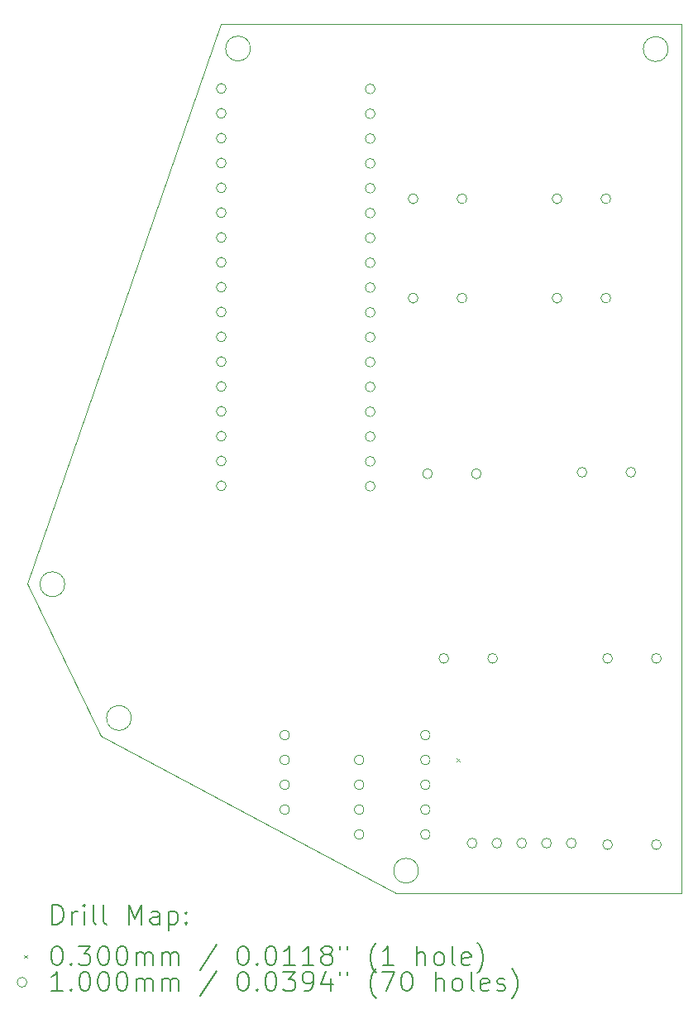
<source format=gbr>
%TF.GenerationSoftware,KiCad,Pcbnew,8.0.0*%
%TF.CreationDate,2024-11-02T12:10:50-04:00*%
%TF.ProjectId,PCB_Draft_2,5043425f-4472-4616-9674-5f322e6b6963,rev?*%
%TF.SameCoordinates,Original*%
%TF.FileFunction,Drillmap*%
%TF.FilePolarity,Positive*%
%FSLAX45Y45*%
G04 Gerber Fmt 4.5, Leading zero omitted, Abs format (unit mm)*
G04 Created by KiCad (PCBNEW 8.0.0) date 2024-11-02 12:10:50*
%MOMM*%
%LPD*%
G01*
G04 APERTURE LIST*
%ADD10C,0.050000*%
%ADD11C,0.200000*%
%ADD12C,0.100000*%
G04 APERTURE END LIST*
D10*
X8481881Y-13324832D02*
G75*
G02*
X8227881Y-13324832I-127000J0D01*
G01*
X8227881Y-13324832D02*
G75*
G02*
X8481881Y-13324832I127000J0D01*
G01*
X6460000Y-4669279D02*
X4475710Y-10391604D01*
X6460000Y-4669279D02*
X11176000Y-4669279D01*
X11037610Y-4921797D02*
G75*
G02*
X10783610Y-4921797I-127000J0D01*
G01*
X10783610Y-4921797D02*
G75*
G02*
X11037610Y-4921797I127000J0D01*
G01*
X11176000Y-13559279D02*
X8255000Y-13559279D01*
X11176000Y-4669279D02*
X11176000Y-13559279D01*
X8254719Y-13559564D02*
X5232400Y-11943279D01*
X4475710Y-10391604D02*
X5232400Y-11943279D01*
X4861002Y-10395332D02*
G75*
G02*
X4607002Y-10395332I-127000J0D01*
G01*
X4607002Y-10395332D02*
G75*
G02*
X4861002Y-10395332I127000J0D01*
G01*
X5542291Y-11763036D02*
G75*
G02*
X5288291Y-11763036I-127000J0D01*
G01*
X5288291Y-11763036D02*
G75*
G02*
X5542291Y-11763036I127000J0D01*
G01*
X6761694Y-4916289D02*
G75*
G02*
X6507694Y-4916289I-127000J0D01*
G01*
X6507694Y-4916289D02*
G75*
G02*
X6761694Y-4916289I127000J0D01*
G01*
D11*
D12*
X8875000Y-12177000D02*
X8905000Y-12207000D01*
X8905000Y-12177000D02*
X8875000Y-12207000D01*
X6513342Y-5324805D02*
G75*
G02*
X6413342Y-5324805I-50000J0D01*
G01*
X6413342Y-5324805D02*
G75*
G02*
X6513342Y-5324805I50000J0D01*
G01*
X6513342Y-5578805D02*
G75*
G02*
X6413342Y-5578805I-50000J0D01*
G01*
X6413342Y-5578805D02*
G75*
G02*
X6513342Y-5578805I50000J0D01*
G01*
X6513342Y-5832804D02*
G75*
G02*
X6413342Y-5832804I-50000J0D01*
G01*
X6413342Y-5832804D02*
G75*
G02*
X6513342Y-5832804I50000J0D01*
G01*
X6513342Y-6086804D02*
G75*
G02*
X6413342Y-6086804I-50000J0D01*
G01*
X6413342Y-6086804D02*
G75*
G02*
X6513342Y-6086804I50000J0D01*
G01*
X6513342Y-6340804D02*
G75*
G02*
X6413342Y-6340804I-50000J0D01*
G01*
X6413342Y-6340804D02*
G75*
G02*
X6513342Y-6340804I50000J0D01*
G01*
X6513342Y-6594804D02*
G75*
G02*
X6413342Y-6594804I-50000J0D01*
G01*
X6413342Y-6594804D02*
G75*
G02*
X6513342Y-6594804I50000J0D01*
G01*
X6513342Y-6848804D02*
G75*
G02*
X6413342Y-6848804I-50000J0D01*
G01*
X6413342Y-6848804D02*
G75*
G02*
X6513342Y-6848804I50000J0D01*
G01*
X6513342Y-7102804D02*
G75*
G02*
X6413342Y-7102804I-50000J0D01*
G01*
X6413342Y-7102804D02*
G75*
G02*
X6513342Y-7102804I50000J0D01*
G01*
X6513342Y-7356804D02*
G75*
G02*
X6413342Y-7356804I-50000J0D01*
G01*
X6413342Y-7356804D02*
G75*
G02*
X6513342Y-7356804I50000J0D01*
G01*
X6513342Y-7610804D02*
G75*
G02*
X6413342Y-7610804I-50000J0D01*
G01*
X6413342Y-7610804D02*
G75*
G02*
X6513342Y-7610804I50000J0D01*
G01*
X6513342Y-7864804D02*
G75*
G02*
X6413342Y-7864804I-50000J0D01*
G01*
X6413342Y-7864804D02*
G75*
G02*
X6513342Y-7864804I50000J0D01*
G01*
X6513342Y-8118804D02*
G75*
G02*
X6413342Y-8118804I-50000J0D01*
G01*
X6413342Y-8118804D02*
G75*
G02*
X6513342Y-8118804I50000J0D01*
G01*
X6513342Y-8372804D02*
G75*
G02*
X6413342Y-8372804I-50000J0D01*
G01*
X6413342Y-8372804D02*
G75*
G02*
X6513342Y-8372804I50000J0D01*
G01*
X6513342Y-8626805D02*
G75*
G02*
X6413342Y-8626805I-50000J0D01*
G01*
X6413342Y-8626805D02*
G75*
G02*
X6513342Y-8626805I50000J0D01*
G01*
X6513342Y-8880805D02*
G75*
G02*
X6413342Y-8880805I-50000J0D01*
G01*
X6413342Y-8880805D02*
G75*
G02*
X6513342Y-8880805I50000J0D01*
G01*
X6513342Y-9134805D02*
G75*
G02*
X6413342Y-9134805I-50000J0D01*
G01*
X6413342Y-9134805D02*
G75*
G02*
X6513342Y-9134805I50000J0D01*
G01*
X6513342Y-9388805D02*
G75*
G02*
X6413342Y-9388805I-50000J0D01*
G01*
X6413342Y-9388805D02*
G75*
G02*
X6513342Y-9388805I50000J0D01*
G01*
X7162000Y-11938000D02*
G75*
G02*
X7062000Y-11938000I-50000J0D01*
G01*
X7062000Y-11938000D02*
G75*
G02*
X7162000Y-11938000I50000J0D01*
G01*
X7162000Y-12192000D02*
G75*
G02*
X7062000Y-12192000I-50000J0D01*
G01*
X7062000Y-12192000D02*
G75*
G02*
X7162000Y-12192000I50000J0D01*
G01*
X7162000Y-12446000D02*
G75*
G02*
X7062000Y-12446000I-50000J0D01*
G01*
X7062000Y-12446000D02*
G75*
G02*
X7162000Y-12446000I50000J0D01*
G01*
X7162000Y-12700000D02*
G75*
G02*
X7062000Y-12700000I-50000J0D01*
G01*
X7062000Y-12700000D02*
G75*
G02*
X7162000Y-12700000I50000J0D01*
G01*
X7924000Y-12192000D02*
G75*
G02*
X7824000Y-12192000I-50000J0D01*
G01*
X7824000Y-12192000D02*
G75*
G02*
X7924000Y-12192000I50000J0D01*
G01*
X7924000Y-12446000D02*
G75*
G02*
X7824000Y-12446000I-50000J0D01*
G01*
X7824000Y-12446000D02*
G75*
G02*
X7924000Y-12446000I50000J0D01*
G01*
X7924000Y-12700000D02*
G75*
G02*
X7824000Y-12700000I-50000J0D01*
G01*
X7824000Y-12700000D02*
G75*
G02*
X7924000Y-12700000I50000J0D01*
G01*
X7924000Y-12954000D02*
G75*
G02*
X7824000Y-12954000I-50000J0D01*
G01*
X7824000Y-12954000D02*
G75*
G02*
X7924000Y-12954000I50000J0D01*
G01*
X8037342Y-5329546D02*
G75*
G02*
X7937342Y-5329546I-50000J0D01*
G01*
X7937342Y-5329546D02*
G75*
G02*
X8037342Y-5329546I50000J0D01*
G01*
X8037342Y-5583546D02*
G75*
G02*
X7937342Y-5583546I-50000J0D01*
G01*
X7937342Y-5583546D02*
G75*
G02*
X8037342Y-5583546I50000J0D01*
G01*
X8037342Y-5837545D02*
G75*
G02*
X7937342Y-5837545I-50000J0D01*
G01*
X7937342Y-5837545D02*
G75*
G02*
X8037342Y-5837545I50000J0D01*
G01*
X8037342Y-6091545D02*
G75*
G02*
X7937342Y-6091545I-50000J0D01*
G01*
X7937342Y-6091545D02*
G75*
G02*
X8037342Y-6091545I50000J0D01*
G01*
X8037342Y-6345545D02*
G75*
G02*
X7937342Y-6345545I-50000J0D01*
G01*
X7937342Y-6345545D02*
G75*
G02*
X8037342Y-6345545I50000J0D01*
G01*
X8037342Y-6599545D02*
G75*
G02*
X7937342Y-6599545I-50000J0D01*
G01*
X7937342Y-6599545D02*
G75*
G02*
X8037342Y-6599545I50000J0D01*
G01*
X8037342Y-6853545D02*
G75*
G02*
X7937342Y-6853545I-50000J0D01*
G01*
X7937342Y-6853545D02*
G75*
G02*
X8037342Y-6853545I50000J0D01*
G01*
X8037342Y-7107545D02*
G75*
G02*
X7937342Y-7107545I-50000J0D01*
G01*
X7937342Y-7107545D02*
G75*
G02*
X8037342Y-7107545I50000J0D01*
G01*
X8037342Y-7361545D02*
G75*
G02*
X7937342Y-7361545I-50000J0D01*
G01*
X7937342Y-7361545D02*
G75*
G02*
X8037342Y-7361545I50000J0D01*
G01*
X8037342Y-7615545D02*
G75*
G02*
X7937342Y-7615545I-50000J0D01*
G01*
X7937342Y-7615545D02*
G75*
G02*
X8037342Y-7615545I50000J0D01*
G01*
X8037342Y-7869545D02*
G75*
G02*
X7937342Y-7869545I-50000J0D01*
G01*
X7937342Y-7869545D02*
G75*
G02*
X8037342Y-7869545I50000J0D01*
G01*
X8037342Y-8123545D02*
G75*
G02*
X7937342Y-8123545I-50000J0D01*
G01*
X7937342Y-8123545D02*
G75*
G02*
X8037342Y-8123545I50000J0D01*
G01*
X8037342Y-8377545D02*
G75*
G02*
X7937342Y-8377545I-50000J0D01*
G01*
X7937342Y-8377545D02*
G75*
G02*
X8037342Y-8377545I50000J0D01*
G01*
X8037342Y-8631546D02*
G75*
G02*
X7937342Y-8631546I-50000J0D01*
G01*
X7937342Y-8631546D02*
G75*
G02*
X8037342Y-8631546I50000J0D01*
G01*
X8037342Y-8885546D02*
G75*
G02*
X7937342Y-8885546I-50000J0D01*
G01*
X7937342Y-8885546D02*
G75*
G02*
X8037342Y-8885546I50000J0D01*
G01*
X8037342Y-9139546D02*
G75*
G02*
X7937342Y-9139546I-50000J0D01*
G01*
X7937342Y-9139546D02*
G75*
G02*
X8037342Y-9139546I50000J0D01*
G01*
X8037342Y-9393546D02*
G75*
G02*
X7937342Y-9393546I-50000J0D01*
G01*
X7937342Y-9393546D02*
G75*
G02*
X8037342Y-9393546I50000J0D01*
G01*
X8477705Y-6453082D02*
G75*
G02*
X8377705Y-6453082I-50000J0D01*
G01*
X8377705Y-6453082D02*
G75*
G02*
X8477705Y-6453082I50000J0D01*
G01*
X8477705Y-7469082D02*
G75*
G02*
X8377705Y-7469082I-50000J0D01*
G01*
X8377705Y-7469082D02*
G75*
G02*
X8477705Y-7469082I50000J0D01*
G01*
X8602305Y-11938000D02*
G75*
G02*
X8502305Y-11938000I-50000J0D01*
G01*
X8502305Y-11938000D02*
G75*
G02*
X8602305Y-11938000I50000J0D01*
G01*
X8602305Y-12192000D02*
G75*
G02*
X8502305Y-12192000I-50000J0D01*
G01*
X8502305Y-12192000D02*
G75*
G02*
X8602305Y-12192000I50000J0D01*
G01*
X8602305Y-12446000D02*
G75*
G02*
X8502305Y-12446000I-50000J0D01*
G01*
X8502305Y-12446000D02*
G75*
G02*
X8602305Y-12446000I50000J0D01*
G01*
X8602305Y-12700000D02*
G75*
G02*
X8502305Y-12700000I-50000J0D01*
G01*
X8502305Y-12700000D02*
G75*
G02*
X8602305Y-12700000I50000J0D01*
G01*
X8602305Y-12954000D02*
G75*
G02*
X8502305Y-12954000I-50000J0D01*
G01*
X8502305Y-12954000D02*
G75*
G02*
X8602305Y-12954000I50000J0D01*
G01*
X8624368Y-9265475D02*
G75*
G02*
X8524368Y-9265475I-50000J0D01*
G01*
X8524368Y-9265475D02*
G75*
G02*
X8624368Y-9265475I50000J0D01*
G01*
X8791600Y-11153943D02*
G75*
G02*
X8691600Y-11153943I-50000J0D01*
G01*
X8691600Y-11153943D02*
G75*
G02*
X8791600Y-11153943I50000J0D01*
G01*
X8977705Y-6453082D02*
G75*
G02*
X8877705Y-6453082I-50000J0D01*
G01*
X8877705Y-6453082D02*
G75*
G02*
X8977705Y-6453082I50000J0D01*
G01*
X8977705Y-7469082D02*
G75*
G02*
X8877705Y-7469082I-50000J0D01*
G01*
X8877705Y-7469082D02*
G75*
G02*
X8977705Y-7469082I50000J0D01*
G01*
X9081142Y-13043892D02*
G75*
G02*
X8981142Y-13043892I-50000J0D01*
G01*
X8981142Y-13043892D02*
G75*
G02*
X9081142Y-13043892I50000J0D01*
G01*
X9124368Y-9265475D02*
G75*
G02*
X9024368Y-9265475I-50000J0D01*
G01*
X9024368Y-9265475D02*
G75*
G02*
X9124368Y-9265475I50000J0D01*
G01*
X9291600Y-11153943D02*
G75*
G02*
X9191600Y-11153943I-50000J0D01*
G01*
X9191600Y-11153943D02*
G75*
G02*
X9291600Y-11153943I50000J0D01*
G01*
X9335142Y-13043892D02*
G75*
G02*
X9235142Y-13043892I-50000J0D01*
G01*
X9235142Y-13043892D02*
G75*
G02*
X9335142Y-13043892I50000J0D01*
G01*
X9589142Y-13043892D02*
G75*
G02*
X9489142Y-13043892I-50000J0D01*
G01*
X9489142Y-13043892D02*
G75*
G02*
X9589142Y-13043892I50000J0D01*
G01*
X9843142Y-13043892D02*
G75*
G02*
X9743142Y-13043892I-50000J0D01*
G01*
X9743142Y-13043892D02*
G75*
G02*
X9843142Y-13043892I50000J0D01*
G01*
X9950905Y-6453082D02*
G75*
G02*
X9850905Y-6453082I-50000J0D01*
G01*
X9850905Y-6453082D02*
G75*
G02*
X9950905Y-6453082I50000J0D01*
G01*
X9950905Y-7469082D02*
G75*
G02*
X9850905Y-7469082I-50000J0D01*
G01*
X9850905Y-7469082D02*
G75*
G02*
X9950905Y-7469082I50000J0D01*
G01*
X10097142Y-13043892D02*
G75*
G02*
X9997142Y-13043892I-50000J0D01*
G01*
X9997142Y-13043892D02*
G75*
G02*
X10097142Y-13043892I50000J0D01*
G01*
X10206043Y-9249998D02*
G75*
G02*
X10106043Y-9249998I-50000J0D01*
G01*
X10106043Y-9249998D02*
G75*
G02*
X10206043Y-9249998I50000J0D01*
G01*
X10450905Y-6453082D02*
G75*
G02*
X10350905Y-6453082I-50000J0D01*
G01*
X10350905Y-6453082D02*
G75*
G02*
X10450905Y-6453082I50000J0D01*
G01*
X10450905Y-7469082D02*
G75*
G02*
X10350905Y-7469082I-50000J0D01*
G01*
X10350905Y-7469082D02*
G75*
G02*
X10450905Y-7469082I50000J0D01*
G01*
X10468000Y-11153943D02*
G75*
G02*
X10368000Y-11153943I-50000J0D01*
G01*
X10368000Y-11153943D02*
G75*
G02*
X10468000Y-11153943I50000J0D01*
G01*
X10468000Y-13058943D02*
G75*
G02*
X10368000Y-13058943I-50000J0D01*
G01*
X10368000Y-13058943D02*
G75*
G02*
X10468000Y-13058943I50000J0D01*
G01*
X10706043Y-9249998D02*
G75*
G02*
X10606043Y-9249998I-50000J0D01*
G01*
X10606043Y-9249998D02*
G75*
G02*
X10706043Y-9249998I50000J0D01*
G01*
X10968000Y-11153943D02*
G75*
G02*
X10868000Y-11153943I-50000J0D01*
G01*
X10868000Y-11153943D02*
G75*
G02*
X10968000Y-11153943I50000J0D01*
G01*
X10968000Y-13058943D02*
G75*
G02*
X10868000Y-13058943I-50000J0D01*
G01*
X10868000Y-13058943D02*
G75*
G02*
X10968000Y-13058943I50000J0D01*
G01*
D11*
X4733987Y-13873548D02*
X4733987Y-13673548D01*
X4733987Y-13673548D02*
X4781606Y-13673548D01*
X4781606Y-13673548D02*
X4810177Y-13683071D01*
X4810177Y-13683071D02*
X4829225Y-13702119D01*
X4829225Y-13702119D02*
X4838749Y-13721167D01*
X4838749Y-13721167D02*
X4848272Y-13759262D01*
X4848272Y-13759262D02*
X4848272Y-13787833D01*
X4848272Y-13787833D02*
X4838749Y-13825929D01*
X4838749Y-13825929D02*
X4829225Y-13844976D01*
X4829225Y-13844976D02*
X4810177Y-13864024D01*
X4810177Y-13864024D02*
X4781606Y-13873548D01*
X4781606Y-13873548D02*
X4733987Y-13873548D01*
X4933987Y-13873548D02*
X4933987Y-13740214D01*
X4933987Y-13778310D02*
X4943511Y-13759262D01*
X4943511Y-13759262D02*
X4953034Y-13749738D01*
X4953034Y-13749738D02*
X4972082Y-13740214D01*
X4972082Y-13740214D02*
X4991130Y-13740214D01*
X5057796Y-13873548D02*
X5057796Y-13740214D01*
X5057796Y-13673548D02*
X5048272Y-13683071D01*
X5048272Y-13683071D02*
X5057796Y-13692595D01*
X5057796Y-13692595D02*
X5067320Y-13683071D01*
X5067320Y-13683071D02*
X5057796Y-13673548D01*
X5057796Y-13673548D02*
X5057796Y-13692595D01*
X5181606Y-13873548D02*
X5162558Y-13864024D01*
X5162558Y-13864024D02*
X5153034Y-13844976D01*
X5153034Y-13844976D02*
X5153034Y-13673548D01*
X5286368Y-13873548D02*
X5267320Y-13864024D01*
X5267320Y-13864024D02*
X5257796Y-13844976D01*
X5257796Y-13844976D02*
X5257796Y-13673548D01*
X5514939Y-13873548D02*
X5514939Y-13673548D01*
X5514939Y-13673548D02*
X5581606Y-13816405D01*
X5581606Y-13816405D02*
X5648272Y-13673548D01*
X5648272Y-13673548D02*
X5648272Y-13873548D01*
X5829225Y-13873548D02*
X5829225Y-13768786D01*
X5829225Y-13768786D02*
X5819701Y-13749738D01*
X5819701Y-13749738D02*
X5800653Y-13740214D01*
X5800653Y-13740214D02*
X5762558Y-13740214D01*
X5762558Y-13740214D02*
X5743510Y-13749738D01*
X5829225Y-13864024D02*
X5810177Y-13873548D01*
X5810177Y-13873548D02*
X5762558Y-13873548D01*
X5762558Y-13873548D02*
X5743510Y-13864024D01*
X5743510Y-13864024D02*
X5733987Y-13844976D01*
X5733987Y-13844976D02*
X5733987Y-13825929D01*
X5733987Y-13825929D02*
X5743510Y-13806881D01*
X5743510Y-13806881D02*
X5762558Y-13797357D01*
X5762558Y-13797357D02*
X5810177Y-13797357D01*
X5810177Y-13797357D02*
X5829225Y-13787833D01*
X5924463Y-13740214D02*
X5924463Y-13940214D01*
X5924463Y-13749738D02*
X5943510Y-13740214D01*
X5943510Y-13740214D02*
X5981606Y-13740214D01*
X5981606Y-13740214D02*
X6000653Y-13749738D01*
X6000653Y-13749738D02*
X6010177Y-13759262D01*
X6010177Y-13759262D02*
X6019701Y-13778310D01*
X6019701Y-13778310D02*
X6019701Y-13835452D01*
X6019701Y-13835452D02*
X6010177Y-13854500D01*
X6010177Y-13854500D02*
X6000653Y-13864024D01*
X6000653Y-13864024D02*
X5981606Y-13873548D01*
X5981606Y-13873548D02*
X5943510Y-13873548D01*
X5943510Y-13873548D02*
X5924463Y-13864024D01*
X6105415Y-13854500D02*
X6114939Y-13864024D01*
X6114939Y-13864024D02*
X6105415Y-13873548D01*
X6105415Y-13873548D02*
X6095891Y-13864024D01*
X6095891Y-13864024D02*
X6105415Y-13854500D01*
X6105415Y-13854500D02*
X6105415Y-13873548D01*
X6105415Y-13749738D02*
X6114939Y-13759262D01*
X6114939Y-13759262D02*
X6105415Y-13768786D01*
X6105415Y-13768786D02*
X6095891Y-13759262D01*
X6095891Y-13759262D02*
X6105415Y-13749738D01*
X6105415Y-13749738D02*
X6105415Y-13768786D01*
D12*
X4443210Y-14187064D02*
X4473210Y-14217064D01*
X4473210Y-14187064D02*
X4443210Y-14217064D01*
D11*
X4772082Y-14093548D02*
X4791130Y-14093548D01*
X4791130Y-14093548D02*
X4810177Y-14103071D01*
X4810177Y-14103071D02*
X4819701Y-14112595D01*
X4819701Y-14112595D02*
X4829225Y-14131643D01*
X4829225Y-14131643D02*
X4838749Y-14169738D01*
X4838749Y-14169738D02*
X4838749Y-14217357D01*
X4838749Y-14217357D02*
X4829225Y-14255452D01*
X4829225Y-14255452D02*
X4819701Y-14274500D01*
X4819701Y-14274500D02*
X4810177Y-14284024D01*
X4810177Y-14284024D02*
X4791130Y-14293548D01*
X4791130Y-14293548D02*
X4772082Y-14293548D01*
X4772082Y-14293548D02*
X4753034Y-14284024D01*
X4753034Y-14284024D02*
X4743511Y-14274500D01*
X4743511Y-14274500D02*
X4733987Y-14255452D01*
X4733987Y-14255452D02*
X4724463Y-14217357D01*
X4724463Y-14217357D02*
X4724463Y-14169738D01*
X4724463Y-14169738D02*
X4733987Y-14131643D01*
X4733987Y-14131643D02*
X4743511Y-14112595D01*
X4743511Y-14112595D02*
X4753034Y-14103071D01*
X4753034Y-14103071D02*
X4772082Y-14093548D01*
X4924463Y-14274500D02*
X4933987Y-14284024D01*
X4933987Y-14284024D02*
X4924463Y-14293548D01*
X4924463Y-14293548D02*
X4914939Y-14284024D01*
X4914939Y-14284024D02*
X4924463Y-14274500D01*
X4924463Y-14274500D02*
X4924463Y-14293548D01*
X5000653Y-14093548D02*
X5124463Y-14093548D01*
X5124463Y-14093548D02*
X5057796Y-14169738D01*
X5057796Y-14169738D02*
X5086368Y-14169738D01*
X5086368Y-14169738D02*
X5105415Y-14179262D01*
X5105415Y-14179262D02*
X5114939Y-14188786D01*
X5114939Y-14188786D02*
X5124463Y-14207833D01*
X5124463Y-14207833D02*
X5124463Y-14255452D01*
X5124463Y-14255452D02*
X5114939Y-14274500D01*
X5114939Y-14274500D02*
X5105415Y-14284024D01*
X5105415Y-14284024D02*
X5086368Y-14293548D01*
X5086368Y-14293548D02*
X5029225Y-14293548D01*
X5029225Y-14293548D02*
X5010177Y-14284024D01*
X5010177Y-14284024D02*
X5000653Y-14274500D01*
X5248272Y-14093548D02*
X5267320Y-14093548D01*
X5267320Y-14093548D02*
X5286368Y-14103071D01*
X5286368Y-14103071D02*
X5295892Y-14112595D01*
X5295892Y-14112595D02*
X5305415Y-14131643D01*
X5305415Y-14131643D02*
X5314939Y-14169738D01*
X5314939Y-14169738D02*
X5314939Y-14217357D01*
X5314939Y-14217357D02*
X5305415Y-14255452D01*
X5305415Y-14255452D02*
X5295892Y-14274500D01*
X5295892Y-14274500D02*
X5286368Y-14284024D01*
X5286368Y-14284024D02*
X5267320Y-14293548D01*
X5267320Y-14293548D02*
X5248272Y-14293548D01*
X5248272Y-14293548D02*
X5229225Y-14284024D01*
X5229225Y-14284024D02*
X5219701Y-14274500D01*
X5219701Y-14274500D02*
X5210177Y-14255452D01*
X5210177Y-14255452D02*
X5200653Y-14217357D01*
X5200653Y-14217357D02*
X5200653Y-14169738D01*
X5200653Y-14169738D02*
X5210177Y-14131643D01*
X5210177Y-14131643D02*
X5219701Y-14112595D01*
X5219701Y-14112595D02*
X5229225Y-14103071D01*
X5229225Y-14103071D02*
X5248272Y-14093548D01*
X5438749Y-14093548D02*
X5457796Y-14093548D01*
X5457796Y-14093548D02*
X5476844Y-14103071D01*
X5476844Y-14103071D02*
X5486368Y-14112595D01*
X5486368Y-14112595D02*
X5495892Y-14131643D01*
X5495892Y-14131643D02*
X5505415Y-14169738D01*
X5505415Y-14169738D02*
X5505415Y-14217357D01*
X5505415Y-14217357D02*
X5495892Y-14255452D01*
X5495892Y-14255452D02*
X5486368Y-14274500D01*
X5486368Y-14274500D02*
X5476844Y-14284024D01*
X5476844Y-14284024D02*
X5457796Y-14293548D01*
X5457796Y-14293548D02*
X5438749Y-14293548D01*
X5438749Y-14293548D02*
X5419701Y-14284024D01*
X5419701Y-14284024D02*
X5410177Y-14274500D01*
X5410177Y-14274500D02*
X5400653Y-14255452D01*
X5400653Y-14255452D02*
X5391130Y-14217357D01*
X5391130Y-14217357D02*
X5391130Y-14169738D01*
X5391130Y-14169738D02*
X5400653Y-14131643D01*
X5400653Y-14131643D02*
X5410177Y-14112595D01*
X5410177Y-14112595D02*
X5419701Y-14103071D01*
X5419701Y-14103071D02*
X5438749Y-14093548D01*
X5591130Y-14293548D02*
X5591130Y-14160214D01*
X5591130Y-14179262D02*
X5600653Y-14169738D01*
X5600653Y-14169738D02*
X5619701Y-14160214D01*
X5619701Y-14160214D02*
X5648272Y-14160214D01*
X5648272Y-14160214D02*
X5667320Y-14169738D01*
X5667320Y-14169738D02*
X5676844Y-14188786D01*
X5676844Y-14188786D02*
X5676844Y-14293548D01*
X5676844Y-14188786D02*
X5686368Y-14169738D01*
X5686368Y-14169738D02*
X5705415Y-14160214D01*
X5705415Y-14160214D02*
X5733987Y-14160214D01*
X5733987Y-14160214D02*
X5753034Y-14169738D01*
X5753034Y-14169738D02*
X5762558Y-14188786D01*
X5762558Y-14188786D02*
X5762558Y-14293548D01*
X5857796Y-14293548D02*
X5857796Y-14160214D01*
X5857796Y-14179262D02*
X5867320Y-14169738D01*
X5867320Y-14169738D02*
X5886368Y-14160214D01*
X5886368Y-14160214D02*
X5914939Y-14160214D01*
X5914939Y-14160214D02*
X5933987Y-14169738D01*
X5933987Y-14169738D02*
X5943511Y-14188786D01*
X5943511Y-14188786D02*
X5943511Y-14293548D01*
X5943511Y-14188786D02*
X5953034Y-14169738D01*
X5953034Y-14169738D02*
X5972082Y-14160214D01*
X5972082Y-14160214D02*
X6000653Y-14160214D01*
X6000653Y-14160214D02*
X6019701Y-14169738D01*
X6019701Y-14169738D02*
X6029225Y-14188786D01*
X6029225Y-14188786D02*
X6029225Y-14293548D01*
X6419701Y-14084024D02*
X6248273Y-14341167D01*
X6676844Y-14093548D02*
X6695892Y-14093548D01*
X6695892Y-14093548D02*
X6714939Y-14103071D01*
X6714939Y-14103071D02*
X6724463Y-14112595D01*
X6724463Y-14112595D02*
X6733987Y-14131643D01*
X6733987Y-14131643D02*
X6743511Y-14169738D01*
X6743511Y-14169738D02*
X6743511Y-14217357D01*
X6743511Y-14217357D02*
X6733987Y-14255452D01*
X6733987Y-14255452D02*
X6724463Y-14274500D01*
X6724463Y-14274500D02*
X6714939Y-14284024D01*
X6714939Y-14284024D02*
X6695892Y-14293548D01*
X6695892Y-14293548D02*
X6676844Y-14293548D01*
X6676844Y-14293548D02*
X6657796Y-14284024D01*
X6657796Y-14284024D02*
X6648273Y-14274500D01*
X6648273Y-14274500D02*
X6638749Y-14255452D01*
X6638749Y-14255452D02*
X6629225Y-14217357D01*
X6629225Y-14217357D02*
X6629225Y-14169738D01*
X6629225Y-14169738D02*
X6638749Y-14131643D01*
X6638749Y-14131643D02*
X6648273Y-14112595D01*
X6648273Y-14112595D02*
X6657796Y-14103071D01*
X6657796Y-14103071D02*
X6676844Y-14093548D01*
X6829225Y-14274500D02*
X6838749Y-14284024D01*
X6838749Y-14284024D02*
X6829225Y-14293548D01*
X6829225Y-14293548D02*
X6819701Y-14284024D01*
X6819701Y-14284024D02*
X6829225Y-14274500D01*
X6829225Y-14274500D02*
X6829225Y-14293548D01*
X6962558Y-14093548D02*
X6981606Y-14093548D01*
X6981606Y-14093548D02*
X7000654Y-14103071D01*
X7000654Y-14103071D02*
X7010177Y-14112595D01*
X7010177Y-14112595D02*
X7019701Y-14131643D01*
X7019701Y-14131643D02*
X7029225Y-14169738D01*
X7029225Y-14169738D02*
X7029225Y-14217357D01*
X7029225Y-14217357D02*
X7019701Y-14255452D01*
X7019701Y-14255452D02*
X7010177Y-14274500D01*
X7010177Y-14274500D02*
X7000654Y-14284024D01*
X7000654Y-14284024D02*
X6981606Y-14293548D01*
X6981606Y-14293548D02*
X6962558Y-14293548D01*
X6962558Y-14293548D02*
X6943511Y-14284024D01*
X6943511Y-14284024D02*
X6933987Y-14274500D01*
X6933987Y-14274500D02*
X6924463Y-14255452D01*
X6924463Y-14255452D02*
X6914939Y-14217357D01*
X6914939Y-14217357D02*
X6914939Y-14169738D01*
X6914939Y-14169738D02*
X6924463Y-14131643D01*
X6924463Y-14131643D02*
X6933987Y-14112595D01*
X6933987Y-14112595D02*
X6943511Y-14103071D01*
X6943511Y-14103071D02*
X6962558Y-14093548D01*
X7219701Y-14293548D02*
X7105415Y-14293548D01*
X7162558Y-14293548D02*
X7162558Y-14093548D01*
X7162558Y-14093548D02*
X7143511Y-14122119D01*
X7143511Y-14122119D02*
X7124463Y-14141167D01*
X7124463Y-14141167D02*
X7105415Y-14150690D01*
X7410177Y-14293548D02*
X7295892Y-14293548D01*
X7353034Y-14293548D02*
X7353034Y-14093548D01*
X7353034Y-14093548D02*
X7333987Y-14122119D01*
X7333987Y-14122119D02*
X7314939Y-14141167D01*
X7314939Y-14141167D02*
X7295892Y-14150690D01*
X7524463Y-14179262D02*
X7505415Y-14169738D01*
X7505415Y-14169738D02*
X7495892Y-14160214D01*
X7495892Y-14160214D02*
X7486368Y-14141167D01*
X7486368Y-14141167D02*
X7486368Y-14131643D01*
X7486368Y-14131643D02*
X7495892Y-14112595D01*
X7495892Y-14112595D02*
X7505415Y-14103071D01*
X7505415Y-14103071D02*
X7524463Y-14093548D01*
X7524463Y-14093548D02*
X7562558Y-14093548D01*
X7562558Y-14093548D02*
X7581606Y-14103071D01*
X7581606Y-14103071D02*
X7591130Y-14112595D01*
X7591130Y-14112595D02*
X7600654Y-14131643D01*
X7600654Y-14131643D02*
X7600654Y-14141167D01*
X7600654Y-14141167D02*
X7591130Y-14160214D01*
X7591130Y-14160214D02*
X7581606Y-14169738D01*
X7581606Y-14169738D02*
X7562558Y-14179262D01*
X7562558Y-14179262D02*
X7524463Y-14179262D01*
X7524463Y-14179262D02*
X7505415Y-14188786D01*
X7505415Y-14188786D02*
X7495892Y-14198310D01*
X7495892Y-14198310D02*
X7486368Y-14217357D01*
X7486368Y-14217357D02*
X7486368Y-14255452D01*
X7486368Y-14255452D02*
X7495892Y-14274500D01*
X7495892Y-14274500D02*
X7505415Y-14284024D01*
X7505415Y-14284024D02*
X7524463Y-14293548D01*
X7524463Y-14293548D02*
X7562558Y-14293548D01*
X7562558Y-14293548D02*
X7581606Y-14284024D01*
X7581606Y-14284024D02*
X7591130Y-14274500D01*
X7591130Y-14274500D02*
X7600654Y-14255452D01*
X7600654Y-14255452D02*
X7600654Y-14217357D01*
X7600654Y-14217357D02*
X7591130Y-14198310D01*
X7591130Y-14198310D02*
X7581606Y-14188786D01*
X7581606Y-14188786D02*
X7562558Y-14179262D01*
X7676844Y-14093548D02*
X7676844Y-14131643D01*
X7753035Y-14093548D02*
X7753035Y-14131643D01*
X8048273Y-14369738D02*
X8038749Y-14360214D01*
X8038749Y-14360214D02*
X8019701Y-14331643D01*
X8019701Y-14331643D02*
X8010177Y-14312595D01*
X8010177Y-14312595D02*
X8000654Y-14284024D01*
X8000654Y-14284024D02*
X7991130Y-14236405D01*
X7991130Y-14236405D02*
X7991130Y-14198310D01*
X7991130Y-14198310D02*
X8000654Y-14150690D01*
X8000654Y-14150690D02*
X8010177Y-14122119D01*
X8010177Y-14122119D02*
X8019701Y-14103071D01*
X8019701Y-14103071D02*
X8038749Y-14074500D01*
X8038749Y-14074500D02*
X8048273Y-14064976D01*
X8229225Y-14293548D02*
X8114939Y-14293548D01*
X8172082Y-14293548D02*
X8172082Y-14093548D01*
X8172082Y-14093548D02*
X8153035Y-14122119D01*
X8153035Y-14122119D02*
X8133987Y-14141167D01*
X8133987Y-14141167D02*
X8114939Y-14150690D01*
X8467320Y-14293548D02*
X8467320Y-14093548D01*
X8553035Y-14293548D02*
X8553035Y-14188786D01*
X8553035Y-14188786D02*
X8543511Y-14169738D01*
X8543511Y-14169738D02*
X8524463Y-14160214D01*
X8524463Y-14160214D02*
X8495892Y-14160214D01*
X8495892Y-14160214D02*
X8476844Y-14169738D01*
X8476844Y-14169738D02*
X8467320Y-14179262D01*
X8676844Y-14293548D02*
X8657797Y-14284024D01*
X8657797Y-14284024D02*
X8648273Y-14274500D01*
X8648273Y-14274500D02*
X8638749Y-14255452D01*
X8638749Y-14255452D02*
X8638749Y-14198310D01*
X8638749Y-14198310D02*
X8648273Y-14179262D01*
X8648273Y-14179262D02*
X8657797Y-14169738D01*
X8657797Y-14169738D02*
X8676844Y-14160214D01*
X8676844Y-14160214D02*
X8705416Y-14160214D01*
X8705416Y-14160214D02*
X8724463Y-14169738D01*
X8724463Y-14169738D02*
X8733987Y-14179262D01*
X8733987Y-14179262D02*
X8743511Y-14198310D01*
X8743511Y-14198310D02*
X8743511Y-14255452D01*
X8743511Y-14255452D02*
X8733987Y-14274500D01*
X8733987Y-14274500D02*
X8724463Y-14284024D01*
X8724463Y-14284024D02*
X8705416Y-14293548D01*
X8705416Y-14293548D02*
X8676844Y-14293548D01*
X8857797Y-14293548D02*
X8838749Y-14284024D01*
X8838749Y-14284024D02*
X8829225Y-14264976D01*
X8829225Y-14264976D02*
X8829225Y-14093548D01*
X9010178Y-14284024D02*
X8991130Y-14293548D01*
X8991130Y-14293548D02*
X8953035Y-14293548D01*
X8953035Y-14293548D02*
X8933987Y-14284024D01*
X8933987Y-14284024D02*
X8924463Y-14264976D01*
X8924463Y-14264976D02*
X8924463Y-14188786D01*
X8924463Y-14188786D02*
X8933987Y-14169738D01*
X8933987Y-14169738D02*
X8953035Y-14160214D01*
X8953035Y-14160214D02*
X8991130Y-14160214D01*
X8991130Y-14160214D02*
X9010178Y-14169738D01*
X9010178Y-14169738D02*
X9019701Y-14188786D01*
X9019701Y-14188786D02*
X9019701Y-14207833D01*
X9019701Y-14207833D02*
X8924463Y-14226881D01*
X9086368Y-14369738D02*
X9095892Y-14360214D01*
X9095892Y-14360214D02*
X9114940Y-14331643D01*
X9114940Y-14331643D02*
X9124463Y-14312595D01*
X9124463Y-14312595D02*
X9133987Y-14284024D01*
X9133987Y-14284024D02*
X9143511Y-14236405D01*
X9143511Y-14236405D02*
X9143511Y-14198310D01*
X9143511Y-14198310D02*
X9133987Y-14150690D01*
X9133987Y-14150690D02*
X9124463Y-14122119D01*
X9124463Y-14122119D02*
X9114940Y-14103071D01*
X9114940Y-14103071D02*
X9095892Y-14074500D01*
X9095892Y-14074500D02*
X9086368Y-14064976D01*
D12*
X4473210Y-14466064D02*
G75*
G02*
X4373210Y-14466064I-50000J0D01*
G01*
X4373210Y-14466064D02*
G75*
G02*
X4473210Y-14466064I50000J0D01*
G01*
D11*
X4838749Y-14557548D02*
X4724463Y-14557548D01*
X4781606Y-14557548D02*
X4781606Y-14357548D01*
X4781606Y-14357548D02*
X4762558Y-14386119D01*
X4762558Y-14386119D02*
X4743511Y-14405167D01*
X4743511Y-14405167D02*
X4724463Y-14414690D01*
X4924463Y-14538500D02*
X4933987Y-14548024D01*
X4933987Y-14548024D02*
X4924463Y-14557548D01*
X4924463Y-14557548D02*
X4914939Y-14548024D01*
X4914939Y-14548024D02*
X4924463Y-14538500D01*
X4924463Y-14538500D02*
X4924463Y-14557548D01*
X5057796Y-14357548D02*
X5076844Y-14357548D01*
X5076844Y-14357548D02*
X5095892Y-14367071D01*
X5095892Y-14367071D02*
X5105415Y-14376595D01*
X5105415Y-14376595D02*
X5114939Y-14395643D01*
X5114939Y-14395643D02*
X5124463Y-14433738D01*
X5124463Y-14433738D02*
X5124463Y-14481357D01*
X5124463Y-14481357D02*
X5114939Y-14519452D01*
X5114939Y-14519452D02*
X5105415Y-14538500D01*
X5105415Y-14538500D02*
X5095892Y-14548024D01*
X5095892Y-14548024D02*
X5076844Y-14557548D01*
X5076844Y-14557548D02*
X5057796Y-14557548D01*
X5057796Y-14557548D02*
X5038749Y-14548024D01*
X5038749Y-14548024D02*
X5029225Y-14538500D01*
X5029225Y-14538500D02*
X5019701Y-14519452D01*
X5019701Y-14519452D02*
X5010177Y-14481357D01*
X5010177Y-14481357D02*
X5010177Y-14433738D01*
X5010177Y-14433738D02*
X5019701Y-14395643D01*
X5019701Y-14395643D02*
X5029225Y-14376595D01*
X5029225Y-14376595D02*
X5038749Y-14367071D01*
X5038749Y-14367071D02*
X5057796Y-14357548D01*
X5248272Y-14357548D02*
X5267320Y-14357548D01*
X5267320Y-14357548D02*
X5286368Y-14367071D01*
X5286368Y-14367071D02*
X5295892Y-14376595D01*
X5295892Y-14376595D02*
X5305415Y-14395643D01*
X5305415Y-14395643D02*
X5314939Y-14433738D01*
X5314939Y-14433738D02*
X5314939Y-14481357D01*
X5314939Y-14481357D02*
X5305415Y-14519452D01*
X5305415Y-14519452D02*
X5295892Y-14538500D01*
X5295892Y-14538500D02*
X5286368Y-14548024D01*
X5286368Y-14548024D02*
X5267320Y-14557548D01*
X5267320Y-14557548D02*
X5248272Y-14557548D01*
X5248272Y-14557548D02*
X5229225Y-14548024D01*
X5229225Y-14548024D02*
X5219701Y-14538500D01*
X5219701Y-14538500D02*
X5210177Y-14519452D01*
X5210177Y-14519452D02*
X5200653Y-14481357D01*
X5200653Y-14481357D02*
X5200653Y-14433738D01*
X5200653Y-14433738D02*
X5210177Y-14395643D01*
X5210177Y-14395643D02*
X5219701Y-14376595D01*
X5219701Y-14376595D02*
X5229225Y-14367071D01*
X5229225Y-14367071D02*
X5248272Y-14357548D01*
X5438749Y-14357548D02*
X5457796Y-14357548D01*
X5457796Y-14357548D02*
X5476844Y-14367071D01*
X5476844Y-14367071D02*
X5486368Y-14376595D01*
X5486368Y-14376595D02*
X5495892Y-14395643D01*
X5495892Y-14395643D02*
X5505415Y-14433738D01*
X5505415Y-14433738D02*
X5505415Y-14481357D01*
X5505415Y-14481357D02*
X5495892Y-14519452D01*
X5495892Y-14519452D02*
X5486368Y-14538500D01*
X5486368Y-14538500D02*
X5476844Y-14548024D01*
X5476844Y-14548024D02*
X5457796Y-14557548D01*
X5457796Y-14557548D02*
X5438749Y-14557548D01*
X5438749Y-14557548D02*
X5419701Y-14548024D01*
X5419701Y-14548024D02*
X5410177Y-14538500D01*
X5410177Y-14538500D02*
X5400653Y-14519452D01*
X5400653Y-14519452D02*
X5391130Y-14481357D01*
X5391130Y-14481357D02*
X5391130Y-14433738D01*
X5391130Y-14433738D02*
X5400653Y-14395643D01*
X5400653Y-14395643D02*
X5410177Y-14376595D01*
X5410177Y-14376595D02*
X5419701Y-14367071D01*
X5419701Y-14367071D02*
X5438749Y-14357548D01*
X5591130Y-14557548D02*
X5591130Y-14424214D01*
X5591130Y-14443262D02*
X5600653Y-14433738D01*
X5600653Y-14433738D02*
X5619701Y-14424214D01*
X5619701Y-14424214D02*
X5648272Y-14424214D01*
X5648272Y-14424214D02*
X5667320Y-14433738D01*
X5667320Y-14433738D02*
X5676844Y-14452786D01*
X5676844Y-14452786D02*
X5676844Y-14557548D01*
X5676844Y-14452786D02*
X5686368Y-14433738D01*
X5686368Y-14433738D02*
X5705415Y-14424214D01*
X5705415Y-14424214D02*
X5733987Y-14424214D01*
X5733987Y-14424214D02*
X5753034Y-14433738D01*
X5753034Y-14433738D02*
X5762558Y-14452786D01*
X5762558Y-14452786D02*
X5762558Y-14557548D01*
X5857796Y-14557548D02*
X5857796Y-14424214D01*
X5857796Y-14443262D02*
X5867320Y-14433738D01*
X5867320Y-14433738D02*
X5886368Y-14424214D01*
X5886368Y-14424214D02*
X5914939Y-14424214D01*
X5914939Y-14424214D02*
X5933987Y-14433738D01*
X5933987Y-14433738D02*
X5943511Y-14452786D01*
X5943511Y-14452786D02*
X5943511Y-14557548D01*
X5943511Y-14452786D02*
X5953034Y-14433738D01*
X5953034Y-14433738D02*
X5972082Y-14424214D01*
X5972082Y-14424214D02*
X6000653Y-14424214D01*
X6000653Y-14424214D02*
X6019701Y-14433738D01*
X6019701Y-14433738D02*
X6029225Y-14452786D01*
X6029225Y-14452786D02*
X6029225Y-14557548D01*
X6419701Y-14348024D02*
X6248273Y-14605167D01*
X6676844Y-14357548D02*
X6695892Y-14357548D01*
X6695892Y-14357548D02*
X6714939Y-14367071D01*
X6714939Y-14367071D02*
X6724463Y-14376595D01*
X6724463Y-14376595D02*
X6733987Y-14395643D01*
X6733987Y-14395643D02*
X6743511Y-14433738D01*
X6743511Y-14433738D02*
X6743511Y-14481357D01*
X6743511Y-14481357D02*
X6733987Y-14519452D01*
X6733987Y-14519452D02*
X6724463Y-14538500D01*
X6724463Y-14538500D02*
X6714939Y-14548024D01*
X6714939Y-14548024D02*
X6695892Y-14557548D01*
X6695892Y-14557548D02*
X6676844Y-14557548D01*
X6676844Y-14557548D02*
X6657796Y-14548024D01*
X6657796Y-14548024D02*
X6648273Y-14538500D01*
X6648273Y-14538500D02*
X6638749Y-14519452D01*
X6638749Y-14519452D02*
X6629225Y-14481357D01*
X6629225Y-14481357D02*
X6629225Y-14433738D01*
X6629225Y-14433738D02*
X6638749Y-14395643D01*
X6638749Y-14395643D02*
X6648273Y-14376595D01*
X6648273Y-14376595D02*
X6657796Y-14367071D01*
X6657796Y-14367071D02*
X6676844Y-14357548D01*
X6829225Y-14538500D02*
X6838749Y-14548024D01*
X6838749Y-14548024D02*
X6829225Y-14557548D01*
X6829225Y-14557548D02*
X6819701Y-14548024D01*
X6819701Y-14548024D02*
X6829225Y-14538500D01*
X6829225Y-14538500D02*
X6829225Y-14557548D01*
X6962558Y-14357548D02*
X6981606Y-14357548D01*
X6981606Y-14357548D02*
X7000654Y-14367071D01*
X7000654Y-14367071D02*
X7010177Y-14376595D01*
X7010177Y-14376595D02*
X7019701Y-14395643D01*
X7019701Y-14395643D02*
X7029225Y-14433738D01*
X7029225Y-14433738D02*
X7029225Y-14481357D01*
X7029225Y-14481357D02*
X7019701Y-14519452D01*
X7019701Y-14519452D02*
X7010177Y-14538500D01*
X7010177Y-14538500D02*
X7000654Y-14548024D01*
X7000654Y-14548024D02*
X6981606Y-14557548D01*
X6981606Y-14557548D02*
X6962558Y-14557548D01*
X6962558Y-14557548D02*
X6943511Y-14548024D01*
X6943511Y-14548024D02*
X6933987Y-14538500D01*
X6933987Y-14538500D02*
X6924463Y-14519452D01*
X6924463Y-14519452D02*
X6914939Y-14481357D01*
X6914939Y-14481357D02*
X6914939Y-14433738D01*
X6914939Y-14433738D02*
X6924463Y-14395643D01*
X6924463Y-14395643D02*
X6933987Y-14376595D01*
X6933987Y-14376595D02*
X6943511Y-14367071D01*
X6943511Y-14367071D02*
X6962558Y-14357548D01*
X7095892Y-14357548D02*
X7219701Y-14357548D01*
X7219701Y-14357548D02*
X7153034Y-14433738D01*
X7153034Y-14433738D02*
X7181606Y-14433738D01*
X7181606Y-14433738D02*
X7200654Y-14443262D01*
X7200654Y-14443262D02*
X7210177Y-14452786D01*
X7210177Y-14452786D02*
X7219701Y-14471833D01*
X7219701Y-14471833D02*
X7219701Y-14519452D01*
X7219701Y-14519452D02*
X7210177Y-14538500D01*
X7210177Y-14538500D02*
X7200654Y-14548024D01*
X7200654Y-14548024D02*
X7181606Y-14557548D01*
X7181606Y-14557548D02*
X7124463Y-14557548D01*
X7124463Y-14557548D02*
X7105415Y-14548024D01*
X7105415Y-14548024D02*
X7095892Y-14538500D01*
X7314939Y-14557548D02*
X7353034Y-14557548D01*
X7353034Y-14557548D02*
X7372082Y-14548024D01*
X7372082Y-14548024D02*
X7381606Y-14538500D01*
X7381606Y-14538500D02*
X7400654Y-14509929D01*
X7400654Y-14509929D02*
X7410177Y-14471833D01*
X7410177Y-14471833D02*
X7410177Y-14395643D01*
X7410177Y-14395643D02*
X7400654Y-14376595D01*
X7400654Y-14376595D02*
X7391130Y-14367071D01*
X7391130Y-14367071D02*
X7372082Y-14357548D01*
X7372082Y-14357548D02*
X7333987Y-14357548D01*
X7333987Y-14357548D02*
X7314939Y-14367071D01*
X7314939Y-14367071D02*
X7305415Y-14376595D01*
X7305415Y-14376595D02*
X7295892Y-14395643D01*
X7295892Y-14395643D02*
X7295892Y-14443262D01*
X7295892Y-14443262D02*
X7305415Y-14462310D01*
X7305415Y-14462310D02*
X7314939Y-14471833D01*
X7314939Y-14471833D02*
X7333987Y-14481357D01*
X7333987Y-14481357D02*
X7372082Y-14481357D01*
X7372082Y-14481357D02*
X7391130Y-14471833D01*
X7391130Y-14471833D02*
X7400654Y-14462310D01*
X7400654Y-14462310D02*
X7410177Y-14443262D01*
X7581606Y-14424214D02*
X7581606Y-14557548D01*
X7533987Y-14348024D02*
X7486368Y-14490881D01*
X7486368Y-14490881D02*
X7610177Y-14490881D01*
X7676844Y-14357548D02*
X7676844Y-14395643D01*
X7753035Y-14357548D02*
X7753035Y-14395643D01*
X8048273Y-14633738D02*
X8038749Y-14624214D01*
X8038749Y-14624214D02*
X8019701Y-14595643D01*
X8019701Y-14595643D02*
X8010177Y-14576595D01*
X8010177Y-14576595D02*
X8000654Y-14548024D01*
X8000654Y-14548024D02*
X7991130Y-14500405D01*
X7991130Y-14500405D02*
X7991130Y-14462310D01*
X7991130Y-14462310D02*
X8000654Y-14414690D01*
X8000654Y-14414690D02*
X8010177Y-14386119D01*
X8010177Y-14386119D02*
X8019701Y-14367071D01*
X8019701Y-14367071D02*
X8038749Y-14338500D01*
X8038749Y-14338500D02*
X8048273Y-14328976D01*
X8105416Y-14357548D02*
X8238749Y-14357548D01*
X8238749Y-14357548D02*
X8153035Y-14557548D01*
X8353035Y-14357548D02*
X8372082Y-14357548D01*
X8372082Y-14357548D02*
X8391130Y-14367071D01*
X8391130Y-14367071D02*
X8400654Y-14376595D01*
X8400654Y-14376595D02*
X8410178Y-14395643D01*
X8410178Y-14395643D02*
X8419701Y-14433738D01*
X8419701Y-14433738D02*
X8419701Y-14481357D01*
X8419701Y-14481357D02*
X8410178Y-14519452D01*
X8410178Y-14519452D02*
X8400654Y-14538500D01*
X8400654Y-14538500D02*
X8391130Y-14548024D01*
X8391130Y-14548024D02*
X8372082Y-14557548D01*
X8372082Y-14557548D02*
X8353035Y-14557548D01*
X8353035Y-14557548D02*
X8333987Y-14548024D01*
X8333987Y-14548024D02*
X8324463Y-14538500D01*
X8324463Y-14538500D02*
X8314939Y-14519452D01*
X8314939Y-14519452D02*
X8305416Y-14481357D01*
X8305416Y-14481357D02*
X8305416Y-14433738D01*
X8305416Y-14433738D02*
X8314939Y-14395643D01*
X8314939Y-14395643D02*
X8324463Y-14376595D01*
X8324463Y-14376595D02*
X8333987Y-14367071D01*
X8333987Y-14367071D02*
X8353035Y-14357548D01*
X8657797Y-14557548D02*
X8657797Y-14357548D01*
X8743511Y-14557548D02*
X8743511Y-14452786D01*
X8743511Y-14452786D02*
X8733987Y-14433738D01*
X8733987Y-14433738D02*
X8714940Y-14424214D01*
X8714940Y-14424214D02*
X8686368Y-14424214D01*
X8686368Y-14424214D02*
X8667320Y-14433738D01*
X8667320Y-14433738D02*
X8657797Y-14443262D01*
X8867320Y-14557548D02*
X8848273Y-14548024D01*
X8848273Y-14548024D02*
X8838749Y-14538500D01*
X8838749Y-14538500D02*
X8829225Y-14519452D01*
X8829225Y-14519452D02*
X8829225Y-14462310D01*
X8829225Y-14462310D02*
X8838749Y-14443262D01*
X8838749Y-14443262D02*
X8848273Y-14433738D01*
X8848273Y-14433738D02*
X8867320Y-14424214D01*
X8867320Y-14424214D02*
X8895892Y-14424214D01*
X8895892Y-14424214D02*
X8914940Y-14433738D01*
X8914940Y-14433738D02*
X8924463Y-14443262D01*
X8924463Y-14443262D02*
X8933987Y-14462310D01*
X8933987Y-14462310D02*
X8933987Y-14519452D01*
X8933987Y-14519452D02*
X8924463Y-14538500D01*
X8924463Y-14538500D02*
X8914940Y-14548024D01*
X8914940Y-14548024D02*
X8895892Y-14557548D01*
X8895892Y-14557548D02*
X8867320Y-14557548D01*
X9048273Y-14557548D02*
X9029225Y-14548024D01*
X9029225Y-14548024D02*
X9019701Y-14528976D01*
X9019701Y-14528976D02*
X9019701Y-14357548D01*
X9200654Y-14548024D02*
X9181606Y-14557548D01*
X9181606Y-14557548D02*
X9143511Y-14557548D01*
X9143511Y-14557548D02*
X9124463Y-14548024D01*
X9124463Y-14548024D02*
X9114940Y-14528976D01*
X9114940Y-14528976D02*
X9114940Y-14452786D01*
X9114940Y-14452786D02*
X9124463Y-14433738D01*
X9124463Y-14433738D02*
X9143511Y-14424214D01*
X9143511Y-14424214D02*
X9181606Y-14424214D01*
X9181606Y-14424214D02*
X9200654Y-14433738D01*
X9200654Y-14433738D02*
X9210178Y-14452786D01*
X9210178Y-14452786D02*
X9210178Y-14471833D01*
X9210178Y-14471833D02*
X9114940Y-14490881D01*
X9286368Y-14548024D02*
X9305416Y-14557548D01*
X9305416Y-14557548D02*
X9343511Y-14557548D01*
X9343511Y-14557548D02*
X9362559Y-14548024D01*
X9362559Y-14548024D02*
X9372082Y-14528976D01*
X9372082Y-14528976D02*
X9372082Y-14519452D01*
X9372082Y-14519452D02*
X9362559Y-14500405D01*
X9362559Y-14500405D02*
X9343511Y-14490881D01*
X9343511Y-14490881D02*
X9314940Y-14490881D01*
X9314940Y-14490881D02*
X9295892Y-14481357D01*
X9295892Y-14481357D02*
X9286368Y-14462310D01*
X9286368Y-14462310D02*
X9286368Y-14452786D01*
X9286368Y-14452786D02*
X9295892Y-14433738D01*
X9295892Y-14433738D02*
X9314940Y-14424214D01*
X9314940Y-14424214D02*
X9343511Y-14424214D01*
X9343511Y-14424214D02*
X9362559Y-14433738D01*
X9438749Y-14633738D02*
X9448273Y-14624214D01*
X9448273Y-14624214D02*
X9467321Y-14595643D01*
X9467321Y-14595643D02*
X9476844Y-14576595D01*
X9476844Y-14576595D02*
X9486368Y-14548024D01*
X9486368Y-14548024D02*
X9495892Y-14500405D01*
X9495892Y-14500405D02*
X9495892Y-14462310D01*
X9495892Y-14462310D02*
X9486368Y-14414690D01*
X9486368Y-14414690D02*
X9476844Y-14386119D01*
X9476844Y-14386119D02*
X9467321Y-14367071D01*
X9467321Y-14367071D02*
X9448273Y-14338500D01*
X9448273Y-14338500D02*
X9438749Y-14328976D01*
M02*

</source>
